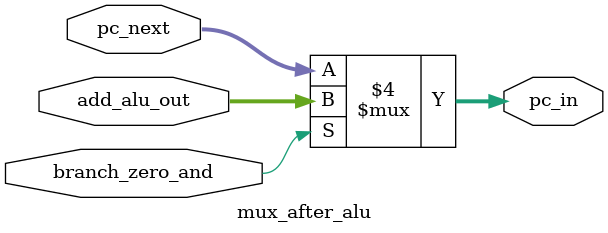
<source format=v>
module mux_after_alu (pc_next, add_alu_out, branch_zero_and, pc_in);
	input [31:0] pc_next, add_alu_out;
	input branch_zero_and;	
	
	output reg [31:0] pc_in;
	
	initial pc_in <= 0;

	always @(*) begin
		if(branch_zero_and) begin pc_in <= add_alu_out; end 
		else begin  pc_in <= pc_next ; end
	end
endmodule
</source>
